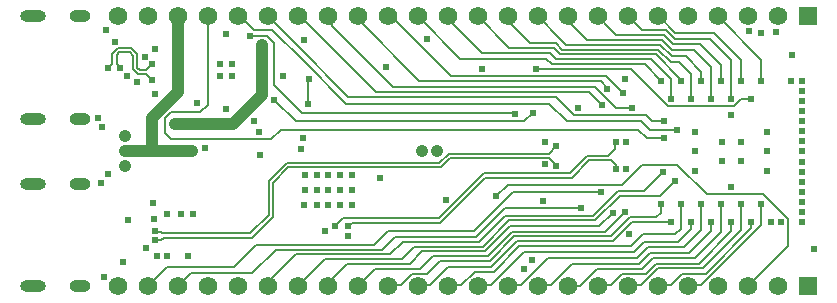
<source format=gbl>
G04*
G04 #@! TF.GenerationSoftware,Altium Limited,Altium Designer,24.5.2 (23)*
G04*
G04 Layer_Physical_Order=4*
G04 Layer_Color=16711680*
%FSLAX25Y25*%
%MOIN*%
G70*
G04*
G04 #@! TF.SameCoordinates,6FD9FAEC-A83E-4B3B-B3E8-2A74EE2DE8EE*
G04*
G04*
G04 #@! TF.FilePolarity,Positive*
G04*
G01*
G75*
%ADD11C,0.00600*%
%ADD52C,0.04200*%
%ADD55R,0.06200X0.06200*%
%ADD56C,0.06200*%
%ADD60C,0.00603*%
%ADD64O,0.08661X0.03937*%
%ADD65O,0.07087X0.03937*%
%ADD66C,0.02400*%
%ADD67C,0.04000*%
D11*
X111153Y65900D02*
X178800D01*
X97053Y80000D02*
X111153Y65900D01*
X178800D02*
X184700Y60000D01*
X167400Y62700D02*
X167600Y62500D01*
X96500Y62700D02*
X167400D01*
X94400Y60100D02*
X170600D01*
X87200Y67300D02*
X94400Y60100D01*
X170600D02*
X173300Y62800D01*
X208500Y57300D02*
X211300Y54500D01*
X89300Y57300D02*
X208500D01*
X86000Y54000D02*
X89300Y57300D01*
X87000Y72200D02*
X96500Y62700D01*
X52900Y63100D02*
X62500D01*
X50800Y56100D02*
Y61000D01*
X52900Y63100D01*
Y54000D02*
X86000D01*
X50800Y56100D02*
X52900Y54000D01*
X62500Y63100D02*
X65000Y65600D01*
Y95000D01*
X181147Y68100D02*
X187247Y62000D01*
X111900Y68100D02*
X181147D01*
X94000Y86000D02*
X111900Y68100D01*
X121000Y69900D02*
X192100D01*
X95900Y95000D02*
X121000Y69900D01*
X192100D02*
X196500Y65500D01*
X194147Y71500D02*
X201147Y64500D01*
X126900Y71500D02*
X194147D01*
X106453Y91947D02*
X126900Y71500D01*
X198100Y70900D02*
Y71268D01*
X195968Y73400D02*
X198100Y71268D01*
X135600Y73400D02*
X195968D01*
X115000Y94000D02*
X135600Y73400D01*
X177900Y80900D02*
X179800Y79000D01*
X135000Y95000D02*
X149100Y80900D01*
X177900D01*
X179800Y79000D02*
X210622D01*
X180947Y80753D02*
X212847D01*
X156600Y82700D02*
X179000D01*
X180947Y80753D01*
X87000Y72200D02*
Y86300D01*
X84700Y88600D02*
X87000Y86300D01*
X79000Y88600D02*
X84700D01*
X165000Y93593D02*
X172493Y86100D01*
X180963D01*
X165000Y93593D02*
Y95000D01*
X180963Y86100D02*
X183094Y83969D01*
X145000Y94300D02*
X156600Y82700D01*
X94000Y86000D02*
X94000D01*
X85000Y95000D02*
X94000Y86000D01*
X97053Y80000D02*
X97053D01*
X86453Y90600D02*
X97053Y80000D01*
X80300Y90600D02*
X86453D01*
X95000Y95000D02*
X95900D01*
X105000Y93593D02*
Y95000D01*
Y93593D02*
X106453Y92140D01*
Y91947D02*
Y92140D01*
X145000Y94300D02*
Y95000D01*
X165500Y84500D02*
X180300D01*
X155000Y95000D02*
X165500Y84500D01*
X180300D02*
X182447Y82353D01*
X135000Y95000D02*
X135000D01*
X146000Y75200D02*
X197800D01*
X126200Y95000D02*
X146000Y75200D01*
X182447Y82353D02*
X214353D01*
X183094Y83969D02*
X215218D01*
X182400Y87600D02*
X184431Y85569D01*
X215880D01*
X182400Y87600D02*
X182400D01*
X175000Y95000D02*
X182400Y87600D01*
X185000Y93593D02*
X191424Y87169D01*
X216543D01*
X201231Y88769D02*
X217206D01*
X199200Y90800D02*
X199200D01*
X201231Y88769D01*
X195000Y95000D02*
X199200Y90800D01*
X185000Y93593D02*
Y95000D01*
X174500Y77500D02*
X174600Y77400D01*
X206100D01*
X187247Y62000D02*
X211200D01*
X258536Y25504D02*
Y27409D01*
X245000Y5000D02*
X258500Y18500D01*
Y25468D01*
X250250Y35696D02*
X258536Y27409D01*
X258500Y25468D02*
X258536Y25504D01*
X210998Y9200D02*
X214398Y12600D01*
X228700D01*
X239504Y23404D01*
X215060Y11000D02*
X230100D01*
X209600Y5540D02*
X215060Y11000D01*
X230100D02*
X242854Y23754D01*
X209900Y10800D02*
X213500Y14400D01*
X227300D02*
X236161Y23261D01*
X213500Y14400D02*
X227300D01*
X225500Y16200D02*
X232811Y23511D01*
X208637Y12400D02*
X212437Y16200D01*
X225500D01*
X223900Y18100D02*
X229468Y23668D01*
X211900Y18100D02*
X223900D01*
X208200Y14400D02*
X211900Y18100D01*
X207100Y16400D02*
X210600Y19900D01*
X221800D02*
X226118Y24218D01*
X210600Y19900D02*
X221800D01*
X210000Y22400D02*
X220900D01*
X222776Y24276D01*
X206000Y18400D02*
X210000Y22400D01*
X242854Y23754D02*
Y32500D01*
X236161Y23261D02*
Y32500D01*
X232811Y23511D02*
Y26457D01*
X239504Y23404D02*
Y26457D01*
X229468Y23668D02*
Y32500D01*
X226118Y24218D02*
Y26457D01*
X229600Y5540D02*
X249547Y25487D01*
Y32500D01*
X230998Y9200D02*
X246197Y24399D01*
Y26457D01*
X125187Y23500D02*
X153900D01*
X166800Y36400D01*
X164200Y31200D02*
X189600D01*
X127500Y21600D02*
X154600D01*
X164200Y31200D01*
X164100Y28600D02*
X193585D01*
X155400Y19900D02*
X164100Y28600D01*
X130100Y19900D02*
X155400D01*
X194800Y10800D02*
X209900D01*
X160400Y9900D02*
X168900Y18400D01*
X206000D01*
X170460Y16400D02*
X207100D01*
X159600Y5540D02*
X170460Y16400D01*
X178460Y14400D02*
X208200D01*
X169600Y5540D02*
X178460Y14400D01*
X186400Y12400D02*
X208637D01*
X179503Y5503D02*
X186400Y12400D01*
X197800Y75200D02*
X203500Y69500D01*
X226114Y67500D02*
Y75786D01*
X219386Y79800D02*
X222100D01*
X226114Y75786D01*
X210622Y79000D02*
X216079Y73543D01*
X212847Y80753D02*
X219421Y74179D01*
Y67500D02*
Y74179D01*
X222072Y74622D02*
Y74634D01*
X214353Y82353D02*
X222072Y74634D01*
X222772Y73543D02*
Y73922D01*
X222072Y74622D02*
X222772Y73922D01*
X215218Y83969D02*
X219386Y79800D01*
X227000Y83800D02*
X232807Y77993D01*
X216543Y87169D02*
X219912Y83800D01*
X227000D01*
X215880Y85569D02*
X219749Y81700D01*
X224300D02*
X229465Y76535D01*
X219749Y81700D02*
X224300D01*
X229465Y73543D02*
Y76535D01*
X211200Y62000D02*
X213180Y60020D01*
X216980D01*
X209400Y60000D02*
X212400Y57000D01*
X221500D01*
X184700Y60000D02*
X209400D01*
X211300Y54500D02*
X217000D01*
X125913Y15713D02*
X130100Y19900D01*
X123213Y17313D02*
X127500Y21600D01*
X120600Y18913D02*
X125187Y23500D01*
X81213Y18913D02*
X120600D01*
X142500Y13500D02*
X159000D01*
X138200Y9200D02*
X142500Y13500D01*
X133260Y9200D02*
X138200D01*
X135700Y10800D02*
X140000Y15100D01*
X158337D01*
X120800Y10800D02*
X135700D01*
X132313Y12513D02*
X136500Y16700D01*
X111513Y12513D02*
X132313D01*
X136500Y16700D02*
X157500D01*
X133900Y18300D02*
X156837D01*
X129713Y14113D02*
X133900Y18300D01*
X104113Y14113D02*
X129713D01*
X94313Y15713D02*
X125913D01*
X87613Y17313D02*
X123213D01*
X59400Y9400D02*
X79700D01*
X87613Y17313D01*
X85000Y5000D02*
Y6400D01*
X94313Y15713D01*
X73700Y11400D02*
X81213Y18913D01*
X51400Y11400D02*
X73700D01*
X45000Y5000D02*
X51400Y11400D01*
X206100Y77400D02*
X218300Y65200D01*
X240453D01*
X232807Y67500D02*
Y77993D01*
X232400Y87500D02*
X239500Y80400D01*
Y67500D02*
Y80400D01*
X220737Y87500D02*
X232400D01*
X229200Y85800D02*
X236157Y78843D01*
Y73543D02*
Y78843D01*
X220175Y85800D02*
X229200D01*
X125000Y95000D02*
X126200D01*
X201147Y64500D02*
X206500D01*
X75900Y95000D02*
X80300Y90600D01*
X75000Y95000D02*
X75900D01*
X220900Y89600D02*
X233900D01*
X242850Y73543D02*
Y80650D01*
X233900Y89600D02*
X242850Y80650D01*
X217869Y90369D02*
X220737Y87500D01*
X215500Y95000D02*
X220900Y89600D01*
X231504Y35696D02*
X250250D01*
X209800Y45600D02*
X221600D01*
X231504Y35696D01*
X203100Y38900D02*
X209800Y45600D01*
X165100Y38900D02*
X203100D01*
X55000Y5000D02*
X59400Y9400D01*
X166800Y36400D02*
X196000D01*
X161200Y35000D02*
X165100Y38900D01*
X98500Y65800D02*
X98600Y65900D01*
Y74000D01*
X98700Y74100D01*
X201685Y36700D02*
X210393D01*
X216846Y43154D01*
X193585Y28600D02*
X201685Y36700D01*
X202347Y35100D02*
X215900D01*
X220900Y40100D01*
X194247Y27000D02*
X202347Y35100D01*
X165537Y27000D02*
X194247D01*
X115000Y94000D02*
Y95000D01*
X240453Y65200D02*
X242753Y67500D01*
X246193D01*
X55000Y5000D02*
X55000D01*
X195500Y25000D02*
X200000Y29500D01*
X165800Y25000D02*
X195500D01*
X197458Y23300D02*
X204079Y29921D01*
X156837Y18300D02*
X165537Y27000D01*
X115014Y5014D02*
X120800Y10800D01*
X105000Y6000D02*
X111513Y12513D01*
X105000Y5000D02*
Y6000D01*
X95000Y5000D02*
X104113Y14113D01*
X157500Y16700D02*
X165800Y25000D01*
X158337Y15100D02*
X166537Y23300D01*
X197458D01*
X222776Y24276D02*
Y32500D01*
X185000Y5000D02*
X185014Y5014D01*
X189014D01*
X194800Y10800D01*
X175503Y5503D02*
X179503D01*
X175000Y5000D02*
X175503Y5503D01*
X159000Y13500D02*
X167200Y21700D01*
X199303D01*
X139100Y5600D02*
X145000Y11500D01*
X159500D02*
X168100Y20100D01*
X145000Y11500D02*
X159500D01*
X168100Y20100D02*
X199965D01*
X149600Y5540D02*
X153960Y9900D01*
X160400D01*
X125000Y5000D02*
X125540Y5540D01*
X129600D01*
X133260Y9200D01*
X205659Y28057D02*
X214557D01*
X199303Y21700D02*
X205659Y28057D01*
X214557D02*
X216083Y29583D01*
Y32500D01*
X135600Y5600D02*
X139100D01*
X135000Y5000D02*
X135600Y5600D01*
X199965Y20100D02*
X206322Y26457D01*
X219425D01*
X145000Y5000D02*
X145540Y5540D01*
X149600D01*
X155540D02*
X159600D01*
X155000Y5000D02*
X155540Y5540D01*
X199600D02*
X203260Y9200D01*
X210998D01*
X165000Y5000D02*
X165540Y5540D01*
X169600D01*
X195000Y5000D02*
X195540Y5540D01*
X199600D01*
X205000Y5000D02*
X205540Y5540D01*
X209600D01*
X223260Y9200D02*
X230998D01*
X215000Y5000D02*
X215540Y5540D01*
X219600D01*
X223260Y9200D01*
X225540Y5540D02*
X229600D01*
X225000Y5000D02*
X225540Y5540D01*
X217206Y88769D02*
X220175Y85800D01*
X205000Y95000D02*
X209631Y90369D01*
X217869D01*
X215000Y95000D02*
X215500D01*
X235000D02*
X249543Y80457D01*
Y73543D02*
Y80457D01*
D52*
X141500Y50000D02*
D03*
X136500D02*
D03*
X37500Y55000D02*
D03*
Y50000D02*
D03*
Y45000D02*
D03*
D55*
X265000Y5000D02*
D03*
Y95000D02*
D03*
D56*
X35000Y5000D02*
D03*
X45000D02*
D03*
X55000D02*
D03*
X65000D02*
D03*
X75000D02*
D03*
X85000D02*
D03*
X95000D02*
D03*
X105000D02*
D03*
X115000D02*
D03*
X125000D02*
D03*
X135000D02*
D03*
X145000D02*
D03*
X155000D02*
D03*
X165000D02*
D03*
X175000D02*
D03*
X185000D02*
D03*
X195000D02*
D03*
X205000D02*
D03*
X215000D02*
D03*
X225000D02*
D03*
X235000D02*
D03*
X245000D02*
D03*
X255000D02*
D03*
X35000Y95000D02*
D03*
X45000D02*
D03*
X55000D02*
D03*
X65000D02*
D03*
X75000D02*
D03*
X85000D02*
D03*
X95000D02*
D03*
X105000D02*
D03*
X115000D02*
D03*
X125000D02*
D03*
X135000D02*
D03*
X145000D02*
D03*
X155000D02*
D03*
X165000D02*
D03*
X175000D02*
D03*
X185000D02*
D03*
X195000D02*
D03*
X205000D02*
D03*
X215000D02*
D03*
X225000D02*
D03*
X235000D02*
D03*
X245000D02*
D03*
X255000D02*
D03*
D60*
X141955Y27700D02*
X156955Y42700D01*
X107600Y25200D02*
X110100Y27700D01*
X141955D01*
X112055Y25200D02*
X113152Y26297D01*
X111900Y25200D02*
X112055D01*
X113152Y26297D02*
X142536D01*
X157536Y41297D01*
X186395D01*
X192161Y47063D01*
X185814Y42700D02*
X191580Y48466D01*
X156955Y42700D02*
X185814D01*
X41500Y77984D02*
X42383Y77101D01*
X40097Y77403D02*
X41802Y75699D01*
X40097Y77403D02*
Y81903D01*
X41500Y77984D02*
Y82484D01*
X42383Y77101D02*
X44401D01*
X41802Y75699D02*
X44401D01*
X39573Y84411D02*
X41500Y82484D01*
X38992Y83008D02*
X40097Y81903D01*
X35589Y83008D02*
X38992D01*
X35008Y84411D02*
X39573D01*
X44401Y75699D02*
X46300Y73800D01*
X44401Y77101D02*
X46300Y79000D01*
X33212Y82615D02*
X35008Y84411D01*
X34615Y82033D02*
X35589Y83008D01*
X32001Y77949D02*
X33212Y79160D01*
Y82615D01*
X31926Y77949D02*
X32001D01*
X35900Y77800D02*
Y77874D01*
X34615Y79160D02*
X35900Y77874D01*
X34615Y79160D02*
Y82033D01*
X142109Y46081D02*
X145279Y49251D01*
X178700D02*
X181200Y51752D01*
X145279Y49251D02*
X178700D01*
X181200Y51752D02*
Y51800D01*
X145860Y47848D02*
X178900D01*
X181218Y45530D01*
Y45300D02*
Y45530D01*
X47644Y23281D02*
X49345D01*
X49900Y22727D02*
X79224D01*
X47300Y23625D02*
X47644Y23281D01*
X49345D02*
X49900Y22727D01*
X50300Y21324D02*
X79805D01*
X47303Y20428D02*
X49404D01*
X47300Y20425D02*
X47303Y20428D01*
X49404D02*
X50300Y21324D01*
X79224Y22727D02*
X85297Y28800D01*
X86700Y28219D02*
Y39500D01*
X91878Y44678D01*
X79805Y21324D02*
X86700Y28219D01*
X85297Y28800D02*
Y40081D01*
X91297Y46081D01*
X142109D01*
X142690Y44678D02*
X145860Y47848D01*
X91878Y44678D02*
X142690D01*
X198465Y48466D02*
X200894Y50896D01*
X191580Y48466D02*
X198465D01*
X192161Y47063D02*
X199545D01*
X200978Y45630D01*
X201000Y53000D02*
X201059Y52941D01*
X200894Y50896D02*
Y52894D01*
X201000Y53000D01*
X200978Y44140D02*
Y45630D01*
Y44140D02*
X201118Y44000D01*
D64*
X6752Y39016D02*
D03*
Y5000D02*
D03*
Y95000D02*
D03*
Y60984D02*
D03*
D65*
X22500Y39016D02*
D03*
Y5000D02*
D03*
Y95000D02*
D03*
Y60984D02*
D03*
D66*
X90000Y75000D02*
D03*
X97000Y87000D02*
D03*
X83000Y85500D02*
D03*
X167600Y62500D02*
D03*
X173300Y62800D02*
D03*
X47600Y69100D02*
D03*
X54000Y59100D02*
D03*
X96800Y54500D02*
D03*
X96000Y50700D02*
D03*
X64200Y51200D02*
D03*
X82000Y56600D02*
D03*
X80400Y60000D02*
D03*
X198100Y70900D02*
D03*
X156600Y77600D02*
D03*
X174500Y77500D02*
D03*
X188500Y64500D02*
D03*
X196500Y65500D02*
D03*
X170300Y10900D02*
D03*
X173100Y13900D02*
D03*
X219425Y26457D02*
D03*
X206500Y64500D02*
D03*
X87200Y67300D02*
D03*
X79000Y88600D02*
D03*
X222772Y73543D02*
D03*
X196000Y36400D02*
D03*
X46800Y32900D02*
D03*
X107600Y25200D02*
D03*
X111900D02*
D03*
X48000Y15000D02*
D03*
X249500Y89500D02*
D03*
X254600Y89700D02*
D03*
X161200Y35000D02*
D03*
X176900Y33500D02*
D03*
X189600Y31200D02*
D03*
X144400Y33800D02*
D03*
X245300Y90000D02*
D03*
X98700Y74100D02*
D03*
X98500Y65800D02*
D03*
X44300Y17700D02*
D03*
X71000Y64000D02*
D03*
X59900Y50000D02*
D03*
X82500Y48700D02*
D03*
X38000Y75000D02*
D03*
X34000Y86500D02*
D03*
X31000Y90500D02*
D03*
X28500Y61000D02*
D03*
X29850Y58000D02*
D03*
X44000Y81500D02*
D03*
X41500Y73000D02*
D03*
X31926Y77949D02*
D03*
X35900Y77800D02*
D03*
X46300Y73800D02*
D03*
Y79000D02*
D03*
X177600Y53200D02*
D03*
X177500Y45700D02*
D03*
X47300Y23625D02*
D03*
Y20425D02*
D03*
X38500Y27000D02*
D03*
X181218Y45300D02*
D03*
X181200Y51800D02*
D03*
X204500Y44100D02*
D03*
Y53000D02*
D03*
X220900Y40100D02*
D03*
X104100Y23500D02*
D03*
X111800Y21800D02*
D03*
X201118Y44000D02*
D03*
X201000Y53000D02*
D03*
X217000Y54500D02*
D03*
X31900Y42500D02*
D03*
X29500Y39500D02*
D03*
X47000Y27500D02*
D03*
X36900Y13100D02*
D03*
X30500Y8000D02*
D03*
X51500Y15000D02*
D03*
X58500D02*
D03*
X60000Y29000D02*
D03*
X56000D02*
D03*
X51500D02*
D03*
X97000Y32000D02*
D03*
X109000Y42000D02*
D03*
X97500D02*
D03*
X105000D02*
D03*
X113000D02*
D03*
X101500D02*
D03*
X109000Y37000D02*
D03*
X97500D02*
D03*
X105000D02*
D03*
X113000D02*
D03*
X101500D02*
D03*
Y32000D02*
D03*
X113000D02*
D03*
X105000D02*
D03*
X109000D02*
D03*
X122500Y41000D02*
D03*
X216980Y60020D02*
D03*
X73000Y75000D02*
D03*
X69000D02*
D03*
X73000Y79000D02*
D03*
X69000D02*
D03*
X71000Y89000D02*
D03*
X47500Y84000D02*
D03*
X61500Y66000D02*
D03*
X124350Y78258D02*
D03*
X138000Y87500D02*
D03*
X221500Y57000D02*
D03*
X203500Y69500D02*
D03*
X204000Y74000D02*
D03*
X200000Y29500D02*
D03*
X204079Y29921D02*
D03*
X216846Y43154D02*
D03*
X205559Y22441D02*
D03*
X267000Y17500D02*
D03*
X259799Y82000D02*
D03*
X242700Y53200D02*
D03*
Y46800D02*
D03*
X236300D02*
D03*
Y53200D02*
D03*
X251508Y56492D02*
D03*
X239508Y62004D02*
D03*
X251508Y49996D02*
D03*
Y43500D02*
D03*
X239500Y37996D02*
D03*
X227500Y43508D02*
D03*
Y50004D02*
D03*
Y56500D02*
D03*
X259583Y73543D02*
D03*
X263047Y73425D02*
D03*
Y70079D02*
D03*
Y66732D02*
D03*
Y63386D02*
D03*
Y60039D02*
D03*
Y56693D02*
D03*
Y53347D02*
D03*
Y50000D02*
D03*
Y46654D02*
D03*
Y43307D02*
D03*
Y39961D02*
D03*
Y36614D02*
D03*
Y33268D02*
D03*
Y29921D02*
D03*
Y26575D02*
D03*
X246193Y67500D02*
D03*
X256236Y26457D02*
D03*
X252890D02*
D03*
X216079Y73543D02*
D03*
X216083Y32500D02*
D03*
X249547D02*
D03*
X246197Y26457D02*
D03*
X242854Y32500D02*
D03*
X239504Y26457D02*
D03*
X236161Y32500D02*
D03*
X232811Y26457D02*
D03*
X229468Y32500D02*
D03*
X226118Y26457D02*
D03*
X222776Y32500D02*
D03*
X219421Y67500D02*
D03*
X229465Y73543D02*
D03*
X226114Y67500D02*
D03*
X236157Y73543D02*
D03*
X232807Y67500D02*
D03*
X239500D02*
D03*
X242850Y73543D02*
D03*
X249543D02*
D03*
D67*
X83000Y68700D02*
Y85500D01*
X73400Y59100D02*
X83000Y68700D01*
X54000Y59100D02*
X73400D01*
X46300Y50000D02*
Y61200D01*
X55000Y69900D02*
Y95000D01*
X46300Y61200D02*
X55000Y69900D01*
X46300Y50000D02*
X59900D01*
X37500D02*
X46300D01*
M02*

</source>
